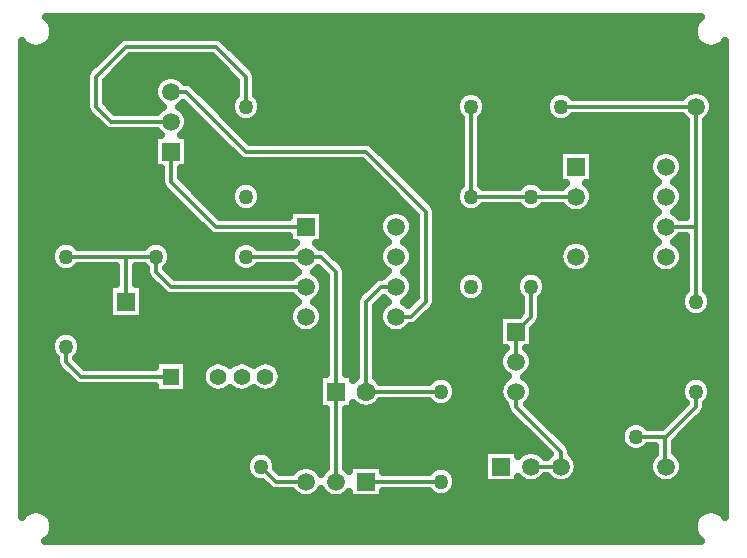
<source format=gbr>
G04 DipTrace 3.2.0.1*
G04 Top.gbr*
%MOIN*%
G04 #@! TF.FileFunction,Copper,L1,Top*
G04 #@! TF.Part,Single*
G04 #@! TA.AperFunction,Conductor*
%ADD14C,0.012992*%
G04 #@! TA.AperFunction,CopperBalancing*
%ADD15C,0.025*%
G04 #@! TA.AperFunction,ComponentPad*
%ADD16C,0.05*%
%ADD17C,0.05*%
%ADD18C,0.062992*%
%ADD19R,0.062992X0.062992*%
%ADD20R,0.059055X0.059055*%
%ADD21C,0.059055*%
%ADD22R,0.055118X0.055118*%
%ADD23C,0.055118*%
%ADD24C,0.059055*%
%FSLAX26Y26*%
G04*
G70*
G90*
G75*
G01*
G04 Top*
%LPD*%
X593701Y1093701D2*
D14*
Y1043701D1*
X643701Y993701D1*
X943701D1*
X593701Y1393701D2*
X793701D1*
Y1243701D1*
Y1393701D2*
X893701D1*
Y1343701D1*
X943701Y1293701D1*
X1393701D1*
X1193701Y1393701D2*
X1393701D1*
X1493701Y643701D2*
Y943701D1*
Y1343701D1*
X1443701Y1393701D1*
X1193701D1*
X2693701Y943701D2*
Y893701D1*
X2593701Y793701D1*
X2589176D1*
X2493701D1*
X2589176D2*
Y698226D1*
X2593701Y693701D1*
X1843701Y643701D2*
X1593701D1*
X943701Y1943701D2*
X993701D1*
X1193701Y1743701D1*
X1593701D1*
X1793701Y1543701D1*
Y1243701D1*
X1743701Y1193701D1*
X1693701D1*
X1393701Y1493701D2*
X1093701D1*
X943701Y1643701D1*
Y1743701D1*
X1193701Y1893701D2*
Y1993701D1*
X1093701Y2093701D1*
X793701D1*
X693701Y1993701D1*
Y1893701D1*
X743701Y1843701D1*
X943701D1*
X1593701Y943701D2*
X1843701D1*
X1693701Y1293701D2*
X1643701D1*
X1593701Y1243701D1*
Y943701D1*
X1943701Y1593701D2*
X2143701D1*
X2293701D1*
X1943701Y1893701D2*
Y1593701D1*
X2243701Y1893701D2*
X2693701D1*
Y1493701D1*
X2593701D1*
X2693701D2*
Y1243701D1*
X1243701Y693701D2*
X1293701Y643701D1*
X1393701D1*
X2093701Y943701D2*
Y893701D1*
X2243701Y743701D1*
Y693701D1*
X2143701D1*
Y1293701D2*
Y1193701D1*
X2093701Y1143701D1*
Y1043701D1*
X548924Y2166962D2*
D15*
X2688470D1*
X553803Y2142093D2*
X2683589D1*
X547381Y2117224D2*
X768056D1*
X1119339D2*
X2690013D1*
X448089Y2092356D2*
X465014D1*
X522369D2*
X743188D1*
X1144206D2*
X2715024D1*
X2772379D2*
X2789340D1*
X448089Y2067487D2*
X718320D1*
X1169073D2*
X2789340D1*
X448089Y2042618D2*
X693453D1*
X791787D2*
X1095643D1*
X1193941D2*
X2789340D1*
X448089Y2017749D2*
X668585D1*
X766885D2*
X1120510D1*
X1218810D2*
X2789340D1*
X448089Y1992881D2*
X658214D1*
X742016D2*
X914391D1*
X973038D2*
X1145378D1*
X1229180D2*
X2789340D1*
X448089Y1968012D2*
X658214D1*
X729206D2*
X890744D1*
X1018504D2*
X1158224D1*
X1229180D2*
X2789340D1*
X448089Y1943143D2*
X658214D1*
X729206D2*
X885182D1*
X1043407D2*
X1158224D1*
X1229180D2*
X1926828D1*
X1960571D2*
X2226820D1*
X2260598D2*
X2664858D1*
X2722537D2*
X2789340D1*
X448089Y1918274D2*
X658214D1*
X729206D2*
X891282D1*
X1068276D2*
X1145953D1*
X1241453D2*
X1895967D1*
X1991467D2*
X2195959D1*
X2746543D2*
X2789340D1*
X448089Y1893406D2*
X658214D1*
X743164D2*
X915361D1*
X972034D2*
X994844D1*
X1093143D2*
X1139709D1*
X1247696D2*
X1889724D1*
X1997676D2*
X2189715D1*
X2752213D2*
X2789340D1*
X448089Y1868537D2*
X669697D1*
X996399D2*
X1019711D1*
X1118010D2*
X1146276D1*
X1241130D2*
X1896290D1*
X1991109D2*
X2196282D1*
X2746256D2*
X2789340D1*
X448089Y1843668D2*
X694566D1*
X1002213D2*
X1044580D1*
X1142878D2*
X1179038D1*
X1208367D2*
X1908205D1*
X1979196D2*
X2229045D1*
X2258374D2*
X2658219D1*
X2729175D2*
X2789340D1*
X448089Y1818799D2*
X719576D1*
X996399D2*
X1069448D1*
X1167747D2*
X1908205D1*
X1979196D2*
X2658219D1*
X2729175D2*
X2789340D1*
X448089Y1793930D2*
X885182D1*
X1002213D2*
X1094315D1*
X1192614D2*
X1908205D1*
X1979196D2*
X2658219D1*
X2729175D2*
X2789340D1*
X448089Y1769062D2*
X885182D1*
X1002213D2*
X1119182D1*
X1617303D2*
X1908205D1*
X1979196D2*
X2658219D1*
X2729175D2*
X2789340D1*
X448089Y1744193D2*
X885182D1*
X1002213D2*
X1144050D1*
X1642350D2*
X1908205D1*
X1979196D2*
X2235181D1*
X2352211D2*
X2566930D1*
X2620482D2*
X2658219D1*
X2729175D2*
X2789340D1*
X448089Y1719324D2*
X885182D1*
X1002213D2*
X1168990D1*
X1667218D2*
X1908205D1*
X1979196D2*
X2235181D1*
X2352211D2*
X2541381D1*
X2646031D2*
X2658219D1*
X2729175D2*
X2789340D1*
X448089Y1694455D2*
X885182D1*
X1002213D2*
X1593787D1*
X1692085D2*
X1908205D1*
X1979196D2*
X2235181D1*
X2352211D2*
X2535173D1*
X2729175D2*
X2789340D1*
X448089Y1669587D2*
X908219D1*
X979175D2*
X1618655D1*
X1716954D2*
X1908205D1*
X1979196D2*
X2235181D1*
X2352211D2*
X2540627D1*
X2646749D2*
X2658219D1*
X2729175D2*
X2789340D1*
X448089Y1644718D2*
X908219D1*
X991841D2*
X1184205D1*
X1203164D2*
X1643522D1*
X1741822D2*
X1908205D1*
X1979196D2*
X2134239D1*
X2153213D2*
X2235181D1*
X2352211D2*
X2564024D1*
X2623388D2*
X2658219D1*
X2729175D2*
X2789340D1*
X448089Y1619849D2*
X918411D1*
X1016710D2*
X1146849D1*
X1240555D2*
X1668390D1*
X1766689D2*
X1896829D1*
X2345752D2*
X2541668D1*
X2645744D2*
X2658219D1*
X2729175D2*
X2789340D1*
X448089Y1594980D2*
X943278D1*
X1041577D2*
X1139709D1*
X1247660D2*
X1693259D1*
X1791556D2*
X1889724D1*
X2352211D2*
X2535209D1*
X2729175D2*
X2789340D1*
X448089Y1570112D2*
X968146D1*
X1066445D2*
X1145415D1*
X1241954D2*
X1718126D1*
X1816425D2*
X1895429D1*
X2347008D2*
X2540375D1*
X2647000D2*
X2658219D1*
X2729175D2*
X2789340D1*
X448089Y1545243D2*
X993014D1*
X1091312D2*
X1173798D1*
X1213606D2*
X1335169D1*
X1452236D2*
X1669252D1*
X1718138D2*
X1742993D1*
X1829164D2*
X1923778D1*
X1963622D2*
X2123797D1*
X2163604D2*
X2263098D1*
X2324294D2*
X2563091D1*
X2624322D2*
X2658219D1*
X2729175D2*
X2789340D1*
X448089Y1520374D2*
X1017882D1*
X1452236D2*
X1641944D1*
X1745446D2*
X1758209D1*
X1829199D2*
X2541955D1*
X2729175D2*
X2789340D1*
X448089Y1495505D2*
X1042749D1*
X1452236D2*
X1635197D1*
X1829199D2*
X2535209D1*
X2729175D2*
X2789340D1*
X448089Y1470636D2*
X1067617D1*
X1452236D2*
X1640150D1*
X1747240D2*
X1758209D1*
X1829199D2*
X2540160D1*
X2729175D2*
X2789340D1*
X448089Y1445768D2*
X1335169D1*
X1452236D2*
X1662218D1*
X1725207D2*
X1758209D1*
X1829199D2*
X2270526D1*
X2316865D2*
X2562193D1*
X2625182D2*
X2658219D1*
X2729175D2*
X2789340D1*
X448089Y1420899D2*
X547476D1*
X939917D2*
X1147495D1*
X1464867D2*
X1642231D1*
X1745159D2*
X1758209D1*
X1829199D2*
X2242214D1*
X2345178D2*
X2542241D1*
X2645169D2*
X2658219D1*
X2729175D2*
X2789340D1*
X448089Y1396030D2*
X539761D1*
X947633D2*
X1139744D1*
X1490525D2*
X1635234D1*
X1829199D2*
X2235217D1*
X2352176D2*
X2535244D1*
X2729175D2*
X2789340D1*
X448089Y1371161D2*
X544892D1*
X942501D2*
X1144912D1*
X1515392D2*
X1639898D1*
X1747491D2*
X1758209D1*
X1829199D2*
X2239917D1*
X2347475D2*
X2539909D1*
X2647503D2*
X2658219D1*
X2729175D2*
X2789340D1*
X448089Y1346293D2*
X571088D1*
X616314D2*
X758223D1*
X829178D2*
X858197D1*
X940277D2*
X1171108D1*
X1216298D2*
X1361365D1*
X1426041D2*
X1441961D1*
X1529100D2*
X1661357D1*
X1726033D2*
X1758209D1*
X1829199D2*
X2261340D1*
X2326051D2*
X2561369D1*
X2626043D2*
X2658219D1*
X2729175D2*
X2789340D1*
X448089Y1321424D2*
X758223D1*
X829178D2*
X866881D1*
X1444879D2*
X1458217D1*
X1529172D2*
X1623320D1*
X1744871D2*
X1758209D1*
X1829199D2*
X1897798D1*
X1989601D2*
X2097816D1*
X2189584D2*
X2658219D1*
X2729175D2*
X2789340D1*
X448089Y1296555D2*
X733213D1*
X854190D2*
X891677D1*
X1529172D2*
X1597411D1*
X1829199D2*
X1889795D1*
X1997604D2*
X2089778D1*
X2197622D2*
X2658219D1*
X2729175D2*
X2789340D1*
X448089Y1271686D2*
X733213D1*
X854190D2*
X916545D1*
X1447714D2*
X1458217D1*
X1529172D2*
X1572543D1*
X1747706D2*
X1758209D1*
X1829199D2*
X1894640D1*
X1992760D2*
X2094659D1*
X2192741D2*
X2647992D1*
X2739437D2*
X2789340D1*
X448089Y1246818D2*
X733213D1*
X854190D2*
X1360539D1*
X1426866D2*
X1458217D1*
X1529172D2*
X1558369D1*
X1645975D2*
X1660531D1*
X1726858D2*
X1747659D1*
X1829199D2*
X1919903D1*
X1967497D2*
X2108223D1*
X2179177D2*
X2639811D1*
X2747583D2*
X2789340D1*
X448089Y1221949D2*
X733213D1*
X854190D2*
X1342812D1*
X1444593D2*
X1458217D1*
X1529172D2*
X1558226D1*
X1629181D2*
X1642841D1*
X1821018D2*
X2108223D1*
X2179177D2*
X2644512D1*
X2742882D2*
X2789340D1*
X448089Y1197080D2*
X733213D1*
X854190D2*
X1335277D1*
X1529172D2*
X1558226D1*
X1796222D2*
X2035198D1*
X2179177D2*
X2669344D1*
X2718051D2*
X2789340D1*
X448089Y1172211D2*
X1339476D1*
X1447930D2*
X1458217D1*
X1529172D2*
X1558226D1*
X1629181D2*
X1639467D1*
X1771354D2*
X2035198D1*
X2171211D2*
X2789340D1*
X448089Y1147343D2*
X1359751D1*
X1427655D2*
X1458217D1*
X1529172D2*
X1558226D1*
X1629181D2*
X1659741D1*
X1727647D2*
X2035198D1*
X2152228D2*
X2789340D1*
X448089Y1122474D2*
X548480D1*
X638921D2*
X1458217D1*
X1529172D2*
X1558226D1*
X1629181D2*
X2035198D1*
X2152228D2*
X2789340D1*
X448089Y1097605D2*
X539869D1*
X647533D2*
X1458217D1*
X1529172D2*
X1558226D1*
X1629181D2*
X2035198D1*
X2152228D2*
X2789340D1*
X448089Y1072736D2*
X544175D1*
X643227D2*
X1458217D1*
X1529172D2*
X1558226D1*
X1629181D2*
X2043308D1*
X2144119D2*
X2789340D1*
X448089Y1047867D2*
X558205D1*
X638669D2*
X1458217D1*
X1529172D2*
X1558226D1*
X1629181D2*
X2035343D1*
X2152050D2*
X2789340D1*
X448089Y1022999D2*
X565526D1*
X1000239D2*
X1053264D1*
X1306583D2*
X1458217D1*
X1529172D2*
X1558226D1*
X1629181D2*
X2039146D1*
X2148245D2*
X2789340D1*
X448089Y998130D2*
X590106D1*
X1000239D2*
X1044795D1*
X1315014D2*
X1433205D1*
X1629181D2*
X2058631D1*
X2128797D2*
X2789340D1*
X448089Y973261D2*
X614974D1*
X1000239D2*
X1048634D1*
X1311211D2*
X1433205D1*
X1888373D2*
X2043631D1*
X2143797D2*
X2649033D1*
X2738361D2*
X2789340D1*
X448089Y948392D2*
X887156D1*
X1000239D2*
X1069196D1*
X1133154D2*
X1147962D1*
X1211883D2*
X1226692D1*
X1290650D2*
X1433205D1*
X1897487D2*
X2035378D1*
X2152013D2*
X2639919D1*
X2747475D2*
X2789340D1*
X448089Y923524D2*
X1433205D1*
X1893576D2*
X2038930D1*
X2148461D2*
X2643829D1*
X2743564D2*
X2789340D1*
X448089Y898655D2*
X1433205D1*
X1632734D2*
X1816269D1*
X1871148D2*
X2057913D1*
X2137911D2*
X2649500D1*
X2729175D2*
X2789340D1*
X448089Y873786D2*
X1458217D1*
X1529172D2*
X2064911D1*
X2162778D2*
X2624633D1*
X2722500D2*
X2789340D1*
X448089Y848917D2*
X1458217D1*
X1529172D2*
X2089348D1*
X2187647D2*
X2599764D1*
X2698063D2*
X2789340D1*
X448089Y824049D2*
X1458217D1*
X1529172D2*
X2114215D1*
X2212514D2*
X2449589D1*
X2673196D2*
X2789340D1*
X448089Y799180D2*
X1458217D1*
X1529172D2*
X2139083D1*
X2237382D2*
X2440008D1*
X2648328D2*
X2789340D1*
X448089Y774311D2*
X1458217D1*
X1529172D2*
X2163951D1*
X2262249D2*
X2443488D1*
X2624680D2*
X2789340D1*
X448089Y749442D2*
X1458217D1*
X1529172D2*
X1985176D1*
X2102206D2*
X2135638D1*
X2151797D2*
X2188819D1*
X2278685D2*
X2464875D1*
X2522517D2*
X2553689D1*
X2624680D2*
X2789340D1*
X448089Y724573D2*
X1199993D1*
X1287420D2*
X1458217D1*
X1529172D2*
X1985176D1*
X2292930D2*
X2544467D1*
X2642945D2*
X2789340D1*
X448089Y699705D2*
X1190054D1*
X1297324D2*
X1458217D1*
X1652219D2*
X1985176D1*
X2301902D2*
X2535496D1*
X2651881D2*
X2789340D1*
X448089Y674836D2*
X1193283D1*
X1887224D2*
X1985176D1*
X2298959D2*
X2538438D1*
X2648938D2*
X2789340D1*
X448089Y649967D2*
X1214025D1*
X1897307D2*
X1985176D1*
X2181223D2*
X2206186D1*
X2281197D2*
X2556201D1*
X2631211D2*
X2789340D1*
X448089Y625098D2*
X1263150D1*
X1894222D2*
X2789340D1*
X448089Y600230D2*
X1355875D1*
X1431530D2*
X1455885D1*
X1652219D2*
X1813613D1*
X1873803D2*
X2789340D1*
X448089Y575361D2*
X2789340D1*
X448089Y550492D2*
X481413D1*
X506005D2*
X2731387D1*
X2756016D2*
X2789340D1*
X544186Y525623D2*
X2693206D1*
X553409Y500755D2*
X2684020D1*
X551005Y475886D2*
X2686388D1*
X534929Y451017D2*
X2702465D1*
X2533218Y760718D2*
X2530112Y757290D1*
X2523967Y752043D1*
X2517077Y747822D1*
X2509613Y744728D1*
X2501756Y742843D1*
X2493701Y742209D1*
X2485646Y742843D1*
X2477789Y744728D1*
X2470324Y747822D1*
X2463434Y752043D1*
X2457290Y757290D1*
X2452043Y763434D1*
X2447822Y770324D1*
X2444728Y777789D1*
X2442843Y785646D1*
X2442209Y793701D1*
X2442843Y801756D1*
X2444728Y809613D1*
X2447822Y817077D1*
X2452043Y823967D1*
X2457290Y830112D1*
X2463434Y835358D1*
X2470324Y839580D1*
X2477789Y842673D1*
X2485646Y844559D1*
X2493701Y845193D1*
X2501756Y844559D1*
X2509613Y842673D1*
X2517077Y839580D1*
X2523967Y835358D1*
X2530112Y830112D1*
X2533218Y826684D1*
X2580003Y826689D1*
X2659005Y905659D1*
X2654546Y910260D1*
X2649797Y916797D1*
X2646129Y923996D1*
X2643631Y931680D1*
X2642367Y939661D1*
Y947740D1*
X2643631Y955722D1*
X2646129Y963406D1*
X2649797Y970605D1*
X2654546Y977142D1*
X2660260Y982856D1*
X2666797Y987605D1*
X2673996Y991273D1*
X2681680Y993770D1*
X2689661Y995034D1*
X2697740D1*
X2705722Y993770D1*
X2713406Y991273D1*
X2720605Y987605D1*
X2727142Y982856D1*
X2732856Y977142D1*
X2737605Y970605D1*
X2741273Y963406D1*
X2743770Y955722D1*
X2745034Y947740D1*
Y939661D1*
X2743770Y931680D1*
X2741273Y923996D1*
X2737605Y916797D1*
X2732856Y910260D1*
X2726684Y904184D1*
X2726588Y891113D1*
X2725777Y886000D1*
X2724178Y881076D1*
X2721828Y876465D1*
X2718785Y872277D1*
X2671556Y824904D1*
X2622164Y775328D1*
Y741920D1*
X2626629Y739022D1*
X2633312Y733312D1*
X2639022Y726629D1*
X2643614Y719133D1*
X2646979Y711012D1*
X2649030Y702465D1*
X2649720Y693701D1*
X2649030Y684937D1*
X2646979Y676390D1*
X2643614Y668269D1*
X2639022Y660773D1*
X2633312Y654089D1*
X2626629Y648379D1*
X2619133Y643787D1*
X2611012Y640423D1*
X2602465Y638371D1*
X2593701Y637681D1*
X2584937Y638371D1*
X2576390Y640423D1*
X2568269Y643787D1*
X2560773Y648379D1*
X2554089Y654089D1*
X2548379Y660773D1*
X2543787Y668269D1*
X2540423Y676390D1*
X2538371Y684937D1*
X2537681Y693701D1*
X2538371Y702465D1*
X2540423Y711012D1*
X2543787Y719133D1*
X2548379Y726629D1*
X2554089Y733312D1*
X2556196Y735260D1*
X2556188Y760699D1*
X2533232Y760713D1*
X1233218Y1360718D2*
X1230112Y1357290D1*
X1223967Y1352043D1*
X1217077Y1347822D1*
X1209613Y1344728D1*
X1201756Y1342843D1*
X1193701Y1342209D1*
X1185646Y1342843D1*
X1177789Y1344728D1*
X1170324Y1347822D1*
X1163434Y1352043D1*
X1157290Y1357290D1*
X1152043Y1363434D1*
X1147822Y1370324D1*
X1144728Y1377789D1*
X1142843Y1385646D1*
X1142209Y1393701D1*
X1142843Y1401756D1*
X1144728Y1409613D1*
X1147822Y1417077D1*
X1152043Y1423967D1*
X1157290Y1430112D1*
X1163434Y1435358D1*
X1170324Y1439580D1*
X1177789Y1442673D1*
X1185646Y1444559D1*
X1193701Y1445193D1*
X1201756Y1444559D1*
X1209613Y1442673D1*
X1217077Y1439580D1*
X1223967Y1435358D1*
X1230112Y1430112D1*
X1233218Y1426684D1*
X1348398Y1426689D1*
X1354089Y1433312D1*
X1359059Y1437671D1*
X1337681Y1437681D1*
Y1460682D1*
X1091113Y1460814D1*
X1086000Y1461623D1*
X1081076Y1463223D1*
X1076465Y1465573D1*
X1072277Y1468617D1*
X1024904Y1515845D1*
X918617Y1622277D1*
X915573Y1626465D1*
X913223Y1631076D1*
X911623Y1636000D1*
X910814Y1641113D1*
X910713Y1687659D1*
X887681Y1687681D1*
Y1799720D1*
X909033D1*
X904089Y1804089D1*
X898433Y1810706D1*
X741113Y1810814D1*
X736000Y1811625D1*
X731076Y1813223D1*
X726465Y1815573D1*
X722277Y1818617D1*
X674904Y1865845D1*
X668617Y1872277D1*
X665573Y1876465D1*
X663223Y1881076D1*
X661625Y1886000D1*
X660814Y1891113D1*
X660713Y1958005D1*
X660814Y1996289D1*
X661625Y2001402D1*
X663223Y2006325D1*
X665573Y2010937D1*
X668617Y2015125D1*
X715845Y2062497D1*
X772277Y2118785D1*
X776465Y2121828D1*
X781076Y2124178D1*
X786000Y2125777D1*
X791113Y2126588D1*
X858005Y2126689D1*
X1096289Y2126588D1*
X1101402Y2125777D1*
X1106325Y2124178D1*
X1110937Y2121828D1*
X1115125Y2118785D1*
X1162497Y2071556D1*
X1218785Y2015125D1*
X1221828Y2010937D1*
X1224178Y2006325D1*
X1225778Y2001402D1*
X1226588Y1996289D1*
X1226689Y1933236D1*
X1232856Y1927142D1*
X1237605Y1920605D1*
X1241273Y1913406D1*
X1243770Y1905722D1*
X1245034Y1897740D1*
Y1889661D1*
X1243770Y1881680D1*
X1241273Y1873996D1*
X1237605Y1866797D1*
X1232856Y1860260D1*
X1227142Y1854546D1*
X1220605Y1849797D1*
X1213406Y1846129D1*
X1205722Y1843631D1*
X1197740Y1842367D1*
X1189661D1*
X1181680Y1843631D1*
X1173996Y1846129D1*
X1166797Y1849797D1*
X1160260Y1854546D1*
X1154546Y1860260D1*
X1149797Y1866797D1*
X1146129Y1873996D1*
X1143631Y1881680D1*
X1142367Y1889661D1*
Y1897740D1*
X1143631Y1905722D1*
X1146129Y1913406D1*
X1149797Y1920605D1*
X1154546Y1927142D1*
X1160718Y1933218D1*
X1160713Y1980003D1*
X1080018Y2060731D1*
X807381Y2060713D1*
X726671Y1980018D1*
X726689Y1907399D1*
X757346Y1876707D1*
X898398Y1876689D1*
X904089Y1883312D1*
X910773Y1889022D1*
X918440Y1893694D1*
X910773Y1898379D1*
X904089Y1904089D1*
X898379Y1910773D1*
X893787Y1918269D1*
X890423Y1926390D1*
X888371Y1934937D1*
X887681Y1943701D1*
X888371Y1952465D1*
X890423Y1961012D1*
X893787Y1969133D1*
X898379Y1976629D1*
X904089Y1983312D1*
X910773Y1989022D1*
X918269Y1993614D1*
X926390Y1996979D1*
X934937Y1999030D1*
X943701Y1999720D1*
X952465Y1999030D1*
X961012Y1996979D1*
X969133Y1993614D1*
X976629Y1989022D1*
X983312Y1983312D1*
X988969Y1976696D1*
X996289Y1976588D1*
X1001402Y1975778D1*
X1006325Y1974178D1*
X1010937Y1971828D1*
X1015125Y1968785D1*
X1062497Y1921556D1*
X1207357Y1776697D1*
X1596289Y1776588D1*
X1601402Y1775778D1*
X1606325Y1774178D1*
X1610937Y1771828D1*
X1615125Y1768785D1*
X1662497Y1721556D1*
X1818785Y1565125D1*
X1821828Y1560937D1*
X1824178Y1556325D1*
X1825778Y1551402D1*
X1826588Y1546289D1*
X1826689Y1479396D1*
X1826588Y1241113D1*
X1825778Y1236000D1*
X1824178Y1231076D1*
X1821828Y1226465D1*
X1818785Y1222277D1*
X1771556Y1174904D1*
X1765125Y1168617D1*
X1760937Y1165573D1*
X1756325Y1163223D1*
X1751402Y1161623D1*
X1746289Y1160814D1*
X1739000Y1160713D1*
X1733312Y1154089D1*
X1726629Y1148379D1*
X1719133Y1143787D1*
X1711012Y1140423D1*
X1702465Y1138371D1*
X1693701Y1137681D1*
X1684937Y1138371D1*
X1676390Y1140423D1*
X1668269Y1143787D1*
X1660773Y1148379D1*
X1654089Y1154089D1*
X1648379Y1160773D1*
X1643787Y1168269D1*
X1640423Y1176390D1*
X1638371Y1184937D1*
X1637681Y1193701D1*
X1638371Y1202465D1*
X1640423Y1211012D1*
X1643787Y1219133D1*
X1648379Y1226629D1*
X1654089Y1233312D1*
X1660773Y1239022D1*
X1668440Y1243694D1*
X1660773Y1248379D1*
X1654089Y1254089D1*
X1652491Y1255818D1*
X1626707Y1230055D1*
X1626689Y991399D1*
X1631361Y987795D1*
X1637795Y981361D1*
X1641356Y976676D1*
X1804161Y976689D1*
X1810260Y982856D1*
X1816797Y987605D1*
X1823996Y991273D1*
X1831680Y993770D1*
X1839661Y995034D1*
X1847740D1*
X1855722Y993770D1*
X1863406Y991273D1*
X1870605Y987605D1*
X1877142Y982856D1*
X1882856Y977142D1*
X1887605Y970605D1*
X1891273Y963406D1*
X1893770Y955722D1*
X1895034Y947740D1*
Y939661D1*
X1893770Y931680D1*
X1891273Y923996D1*
X1887605Y916797D1*
X1882856Y910260D1*
X1877142Y904546D1*
X1870605Y899797D1*
X1863406Y896129D1*
X1855722Y893631D1*
X1847740Y892367D1*
X1839661D1*
X1831680Y893631D1*
X1823996Y896129D1*
X1816797Y899797D1*
X1810260Y904546D1*
X1804184Y910718D1*
X1641421Y910713D1*
X1637795Y906041D1*
X1631361Y899606D1*
X1624000Y894257D1*
X1615892Y890127D1*
X1607238Y887315D1*
X1598251Y885891D1*
X1589151D1*
X1580164Y887315D1*
X1571509Y890127D1*
X1563402Y894257D1*
X1556041Y899606D1*
X1551694Y903781D1*
X1551689Y885713D1*
X1526677D1*
X1526689Y688959D1*
X1533312Y683312D1*
X1537671Y678343D1*
X1537681Y699720D1*
X1649720D1*
Y676719D1*
X1804161Y676689D1*
X1810260Y682856D1*
X1816797Y687605D1*
X1823996Y691273D1*
X1831680Y693770D1*
X1839661Y695034D1*
X1847740D1*
X1855722Y693770D1*
X1863406Y691273D1*
X1870605Y687605D1*
X1877142Y682856D1*
X1882856Y677142D1*
X1887605Y670605D1*
X1891273Y663406D1*
X1893770Y655722D1*
X1895034Y647740D1*
Y639661D1*
X1893770Y631680D1*
X1891273Y623996D1*
X1887605Y616797D1*
X1882856Y610260D1*
X1877142Y604546D1*
X1870605Y599797D1*
X1863406Y596129D1*
X1855722Y593631D1*
X1847740Y592367D1*
X1839661D1*
X1831680Y593631D1*
X1823996Y596129D1*
X1816797Y599797D1*
X1810260Y604546D1*
X1804184Y610718D1*
X1649747Y610713D1*
X1649720Y587681D1*
X1537681D1*
Y609031D1*
X1533312Y604089D1*
X1526629Y598379D1*
X1519133Y593787D1*
X1511012Y590423D1*
X1502465Y588371D1*
X1493701Y587681D1*
X1484937Y588371D1*
X1476390Y590423D1*
X1468269Y593787D1*
X1460773Y598379D1*
X1454089Y604089D1*
X1448379Y610773D1*
X1443707Y618440D1*
X1439022Y610773D1*
X1433312Y604089D1*
X1426629Y598379D1*
X1419133Y593787D1*
X1411012Y590423D1*
X1402465Y588371D1*
X1393701Y587681D1*
X1384937Y588371D1*
X1376390Y590423D1*
X1368269Y593787D1*
X1360773Y598379D1*
X1354089Y604089D1*
X1348433Y610706D1*
X1291113Y610814D1*
X1286000Y611623D1*
X1281076Y613223D1*
X1276465Y615573D1*
X1272277Y618617D1*
X1248324Y642424D1*
X1239661Y642367D1*
X1231680Y643631D1*
X1223996Y646129D1*
X1216797Y649797D1*
X1210260Y654546D1*
X1204546Y660260D1*
X1199797Y666797D1*
X1196129Y673996D1*
X1193631Y681680D1*
X1192367Y689661D1*
Y697740D1*
X1193631Y705722D1*
X1196129Y713406D1*
X1199797Y720605D1*
X1204546Y727142D1*
X1210260Y732856D1*
X1216797Y737605D1*
X1223996Y741273D1*
X1231680Y743770D1*
X1239661Y745034D1*
X1247740D1*
X1255722Y743770D1*
X1263406Y741273D1*
X1270605Y737605D1*
X1277142Y732856D1*
X1282856Y727142D1*
X1287605Y720605D1*
X1291273Y713406D1*
X1293770Y705722D1*
X1295034Y697740D1*
X1294966Y689080D1*
X1307346Y676707D1*
X1348424Y676689D1*
X1354089Y683312D1*
X1360773Y689022D1*
X1368269Y693614D1*
X1376390Y696979D1*
X1384937Y699030D1*
X1393701Y699720D1*
X1402465Y699030D1*
X1411012Y696979D1*
X1419133Y693614D1*
X1426629Y689022D1*
X1433312Y683312D1*
X1439022Y676629D1*
X1443694Y668962D1*
X1448379Y676629D1*
X1454089Y683312D1*
X1460706Y688969D1*
X1460713Y885740D1*
X1435713Y885713D1*
Y1001689D1*
X1460724D1*
X1460713Y1330066D1*
X1434928Y1355822D1*
X1430083Y1351104D1*
X1422971Y1345936D1*
X1419133Y1343614D1*
X1426629Y1339022D1*
X1433312Y1333312D1*
X1439022Y1326629D1*
X1443614Y1319133D1*
X1446979Y1311012D1*
X1449030Y1302465D1*
X1449720Y1293701D1*
X1449030Y1284937D1*
X1446979Y1276390D1*
X1443614Y1268269D1*
X1439022Y1260773D1*
X1433312Y1254089D1*
X1426629Y1248379D1*
X1418962Y1243707D1*
X1426629Y1239022D1*
X1433312Y1233312D1*
X1439022Y1226629D1*
X1443614Y1219133D1*
X1446979Y1211012D1*
X1449030Y1202465D1*
X1449720Y1193701D1*
X1449030Y1184937D1*
X1446979Y1176390D1*
X1443614Y1168269D1*
X1439022Y1160773D1*
X1433312Y1154089D1*
X1426629Y1148379D1*
X1419133Y1143787D1*
X1411012Y1140423D1*
X1402465Y1138371D1*
X1393701Y1137681D1*
X1384937Y1138371D1*
X1376390Y1140423D1*
X1368269Y1143787D1*
X1360773Y1148379D1*
X1354089Y1154089D1*
X1348379Y1160773D1*
X1343787Y1168269D1*
X1340423Y1176390D1*
X1338371Y1184937D1*
X1337681Y1193701D1*
X1338371Y1202465D1*
X1340423Y1211012D1*
X1343787Y1219133D1*
X1348379Y1226629D1*
X1354089Y1233312D1*
X1360773Y1239022D1*
X1368440Y1243694D1*
X1360773Y1248379D1*
X1354089Y1254089D1*
X1348433Y1260706D1*
X941113Y1260814D1*
X936000Y1261623D1*
X931076Y1263223D1*
X926465Y1265573D1*
X922277Y1268617D1*
X874904Y1315845D1*
X868617Y1322277D1*
X865573Y1326465D1*
X863223Y1331076D1*
X861623Y1336000D1*
X860814Y1341113D1*
X860713Y1354143D1*
X854546Y1360260D1*
X854184Y1360718D1*
X826705Y1360713D1*
X826689Y1301657D1*
X851689Y1301689D1*
Y1185713D1*
X735713D1*
Y1301689D1*
X760724D1*
X760713Y1360719D1*
X633262Y1360713D1*
X627142Y1354546D1*
X620605Y1349797D1*
X613406Y1346129D1*
X605722Y1343631D1*
X597740Y1342367D1*
X589661D1*
X581680Y1343631D1*
X573996Y1346129D1*
X566797Y1349797D1*
X560260Y1354546D1*
X554546Y1360260D1*
X549797Y1366797D1*
X546129Y1373996D1*
X543631Y1381680D1*
X542367Y1389661D1*
Y1397740D1*
X543631Y1405722D1*
X546129Y1413406D1*
X549797Y1420605D1*
X554546Y1427142D1*
X560260Y1432856D1*
X566797Y1437605D1*
X573996Y1441273D1*
X581680Y1443770D1*
X589661Y1445034D1*
X597740D1*
X605722Y1443770D1*
X613406Y1441273D1*
X620605Y1437605D1*
X627142Y1432856D1*
X633218Y1426684D1*
X854165Y1426689D1*
X860260Y1432856D1*
X866797Y1437605D1*
X873996Y1441273D1*
X881680Y1443770D1*
X889661Y1445034D1*
X897740D1*
X905722Y1443770D1*
X913406Y1441273D1*
X920605Y1437605D1*
X927142Y1432856D1*
X932856Y1427142D1*
X937605Y1420605D1*
X941273Y1413406D1*
X943770Y1405722D1*
X945034Y1397740D1*
Y1389661D1*
X943770Y1381680D1*
X941273Y1373996D1*
X937605Y1366797D1*
X932856Y1360260D1*
X928383Y1355693D1*
X957346Y1326707D1*
X1348438Y1326689D1*
X1354089Y1333312D1*
X1360773Y1339022D1*
X1368440Y1343694D1*
X1360773Y1348379D1*
X1354089Y1354089D1*
X1348433Y1360706D1*
X1233262Y1360713D1*
X1551694Y983621D2*
X1556041Y987795D1*
X1560726Y991356D1*
X1560814Y1246289D1*
X1561623Y1251402D1*
X1563223Y1256325D1*
X1565573Y1260937D1*
X1568617Y1265125D1*
X1615845Y1312497D1*
X1622277Y1318785D1*
X1626465Y1321828D1*
X1631076Y1324178D1*
X1636000Y1325778D1*
X1641113Y1326588D1*
X1643711Y1326689D1*
X1651104Y1330083D1*
X1657319Y1336298D1*
X1664430Y1341466D1*
X1668269Y1343787D1*
X1660773Y1348379D1*
X1654089Y1354089D1*
X1648379Y1360773D1*
X1643787Y1368269D1*
X1640423Y1376390D1*
X1638371Y1384937D1*
X1637681Y1393701D1*
X1638371Y1402465D1*
X1640423Y1411012D1*
X1643787Y1419133D1*
X1648379Y1426629D1*
X1654089Y1433312D1*
X1660773Y1439022D1*
X1668440Y1443694D1*
X1660773Y1448379D1*
X1654089Y1454089D1*
X1648379Y1460773D1*
X1643787Y1468269D1*
X1640423Y1476390D1*
X1638371Y1484937D1*
X1637681Y1493701D1*
X1638371Y1502465D1*
X1640423Y1511012D1*
X1643787Y1519133D1*
X1648379Y1526629D1*
X1654089Y1533312D1*
X1660773Y1539022D1*
X1668269Y1543614D1*
X1676390Y1546979D1*
X1684937Y1549030D1*
X1693701Y1549720D1*
X1702465Y1549030D1*
X1711012Y1546979D1*
X1719133Y1543614D1*
X1726629Y1539022D1*
X1733312Y1533312D1*
X1739022Y1526629D1*
X1743614Y1519133D1*
X1746979Y1511012D1*
X1749030Y1502465D1*
X1749720Y1493701D1*
X1749030Y1484937D1*
X1746979Y1476390D1*
X1743614Y1468269D1*
X1739022Y1460773D1*
X1733312Y1454089D1*
X1726629Y1448379D1*
X1718962Y1443707D1*
X1726629Y1439022D1*
X1733312Y1433312D1*
X1739022Y1426629D1*
X1743614Y1419133D1*
X1746979Y1411012D1*
X1749030Y1402465D1*
X1749720Y1393701D1*
X1749030Y1384937D1*
X1746979Y1376390D1*
X1743614Y1368269D1*
X1739022Y1360773D1*
X1733312Y1354089D1*
X1726629Y1348379D1*
X1718962Y1343707D1*
X1726629Y1339022D1*
X1733312Y1333312D1*
X1739022Y1326629D1*
X1743614Y1319133D1*
X1746979Y1311012D1*
X1749030Y1302465D1*
X1749720Y1293701D1*
X1749030Y1284937D1*
X1746979Y1276390D1*
X1743614Y1268269D1*
X1739022Y1260773D1*
X1733312Y1254089D1*
X1726629Y1248379D1*
X1718962Y1243707D1*
X1726629Y1239022D1*
X1733312Y1233312D1*
X1734911Y1231584D1*
X1760694Y1257346D1*
X1760713Y1530021D1*
X1580045Y1710705D1*
X1191113Y1710814D1*
X1186000Y1711623D1*
X1181076Y1713223D1*
X1176465Y1715573D1*
X1172277Y1718617D1*
X1124904Y1765845D1*
X984967Y1905782D1*
X980083Y1901104D1*
X972971Y1895936D1*
X969133Y1893614D1*
X976629Y1889022D1*
X983312Y1883312D1*
X989022Y1876629D1*
X993614Y1869133D1*
X996979Y1861012D1*
X999030Y1852465D1*
X999720Y1843701D1*
X999030Y1834937D1*
X996979Y1826390D1*
X993614Y1818269D1*
X989022Y1810773D1*
X983312Y1804089D1*
X978343Y1799731D1*
X999720Y1799720D1*
Y1687681D1*
X976719D1*
X976689Y1657399D1*
X1107370Y1526684D1*
X1337677Y1526689D1*
X1337681Y1549720D1*
X1449720D1*
Y1437681D1*
X1428370D1*
X1433312Y1433312D1*
X1438969Y1426696D1*
X1446289Y1426588D1*
X1451402Y1425777D1*
X1456325Y1424178D1*
X1460937Y1421828D1*
X1465125Y1418785D1*
X1512497Y1371556D1*
X1518785Y1365125D1*
X1521828Y1360937D1*
X1524178Y1356325D1*
X1525777Y1351402D1*
X1526588Y1346289D1*
X1526689Y1279396D1*
Y1001689D1*
X1551689D1*
Y983639D1*
X2745034Y1239661D2*
X2743770Y1231680D1*
X2741273Y1223996D1*
X2737605Y1216797D1*
X2732856Y1210260D1*
X2727142Y1204546D1*
X2720605Y1199797D1*
X2713406Y1196129D1*
X2705722Y1193631D1*
X2697740Y1192367D1*
X2689661D1*
X2681680Y1193631D1*
X2673996Y1196129D1*
X2666797Y1199797D1*
X2660260Y1204546D1*
X2654546Y1210260D1*
X2649797Y1216797D1*
X2646129Y1223996D1*
X2643631Y1231680D1*
X2642367Y1239661D1*
Y1247740D1*
X2643631Y1255722D1*
X2646129Y1263406D1*
X2649797Y1270605D1*
X2654546Y1277142D1*
X2660718Y1283218D1*
X2660713Y1460693D1*
X2638978Y1460713D1*
X2633312Y1454089D1*
X2626629Y1448379D1*
X2618962Y1443707D1*
X2626629Y1439022D1*
X2633312Y1433312D1*
X2639022Y1426629D1*
X2643614Y1419133D1*
X2646979Y1411012D1*
X2649030Y1402465D1*
X2649720Y1393701D1*
X2649030Y1384937D1*
X2646979Y1376390D1*
X2643614Y1368269D1*
X2639022Y1360773D1*
X2633312Y1354089D1*
X2626629Y1348379D1*
X2619133Y1343787D1*
X2611012Y1340423D1*
X2602465Y1338371D1*
X2593701Y1337681D1*
X2584937Y1338371D1*
X2576390Y1340423D1*
X2568269Y1343787D1*
X2560773Y1348379D1*
X2554089Y1354089D1*
X2548379Y1360773D1*
X2543787Y1368269D1*
X2540423Y1376390D1*
X2538371Y1384937D1*
X2537681Y1393701D1*
X2538371Y1402465D1*
X2540423Y1411012D1*
X2543787Y1419133D1*
X2548379Y1426629D1*
X2554089Y1433312D1*
X2560773Y1439022D1*
X2568440Y1443694D1*
X2560773Y1448379D1*
X2554089Y1454089D1*
X2548379Y1460773D1*
X2543787Y1468269D1*
X2540423Y1476390D1*
X2538371Y1484937D1*
X2537681Y1493701D1*
X2538371Y1502465D1*
X2540423Y1511012D1*
X2543787Y1519133D1*
X2548379Y1526629D1*
X2554089Y1533312D1*
X2560773Y1539022D1*
X2568440Y1543694D1*
X2560773Y1548379D1*
X2554089Y1554089D1*
X2548379Y1560773D1*
X2543787Y1568269D1*
X2540423Y1576390D1*
X2538371Y1584937D1*
X2537681Y1593701D1*
X2538371Y1602465D1*
X2540423Y1611012D1*
X2543787Y1619133D1*
X2548379Y1626629D1*
X2554089Y1633312D1*
X2560773Y1639022D1*
X2568440Y1643694D1*
X2560773Y1648379D1*
X2554089Y1654089D1*
X2548379Y1660773D1*
X2543787Y1668269D1*
X2540423Y1676390D1*
X2538371Y1684937D1*
X2537681Y1693701D1*
X2538371Y1702465D1*
X2540423Y1711012D1*
X2543787Y1719133D1*
X2548379Y1726629D1*
X2554089Y1733312D1*
X2560773Y1739022D1*
X2568269Y1743614D1*
X2576390Y1746979D1*
X2584937Y1749030D1*
X2593701Y1749720D1*
X2602465Y1749030D1*
X2611012Y1746979D1*
X2619133Y1743614D1*
X2626629Y1739022D1*
X2633312Y1733312D1*
X2639022Y1726629D1*
X2643614Y1719133D1*
X2646979Y1711012D1*
X2649030Y1702465D1*
X2649720Y1693701D1*
X2649030Y1684937D1*
X2646979Y1676390D1*
X2643614Y1668269D1*
X2639022Y1660773D1*
X2633312Y1654089D1*
X2626629Y1648379D1*
X2618962Y1643707D1*
X2626629Y1639022D1*
X2633312Y1633312D1*
X2639022Y1626629D1*
X2643614Y1619133D1*
X2646979Y1611012D1*
X2649030Y1602465D1*
X2649720Y1593701D1*
X2649030Y1584937D1*
X2646979Y1576390D1*
X2643614Y1568269D1*
X2639022Y1560773D1*
X2633312Y1554089D1*
X2626629Y1548379D1*
X2618962Y1543707D1*
X2626629Y1539022D1*
X2633312Y1533312D1*
X2638969Y1526696D1*
X2660697Y1526689D1*
X2660713Y1848416D1*
X2654089Y1854089D1*
X2648433Y1860706D1*
X2283222Y1860713D1*
X2277142Y1854546D1*
X2270605Y1849797D1*
X2263406Y1846129D1*
X2255722Y1843631D1*
X2247740Y1842367D1*
X2239661D1*
X2231680Y1843631D1*
X2223996Y1846129D1*
X2216797Y1849797D1*
X2210260Y1854546D1*
X2204546Y1860260D1*
X2199797Y1866797D1*
X2196129Y1873996D1*
X2193631Y1881680D1*
X2192367Y1889661D1*
Y1897740D1*
X2193631Y1905722D1*
X2196129Y1913406D1*
X2199797Y1920605D1*
X2204546Y1927142D1*
X2210260Y1932856D1*
X2216797Y1937605D1*
X2223996Y1941273D1*
X2231680Y1943770D1*
X2239661Y1945034D1*
X2247740D1*
X2255722Y1943770D1*
X2263406Y1941273D1*
X2270605Y1937605D1*
X2277142Y1932856D1*
X2283218Y1926684D1*
X2648438Y1926689D1*
X2654089Y1933312D1*
X2660773Y1939022D1*
X2668269Y1943614D1*
X2676390Y1946979D1*
X2684937Y1949030D1*
X2693701Y1949720D1*
X2702465Y1949030D1*
X2711012Y1946979D1*
X2719133Y1943614D1*
X2726629Y1939022D1*
X2733312Y1933312D1*
X2739022Y1926629D1*
X2743614Y1919133D1*
X2746979Y1911012D1*
X2749030Y1902465D1*
X2749720Y1893701D1*
X2749030Y1884937D1*
X2746979Y1876390D1*
X2743614Y1868269D1*
X2739022Y1860773D1*
X2733312Y1854089D1*
X2726696Y1848433D1*
X2726689Y1283240D1*
X2732856Y1277142D1*
X2737605Y1270605D1*
X2741273Y1263406D1*
X2743770Y1255722D1*
X2745034Y1247740D1*
Y1239661D1*
X1245034Y1589661D2*
X1243770Y1581680D1*
X1241273Y1573996D1*
X1237605Y1566797D1*
X1232856Y1560260D1*
X1227142Y1554546D1*
X1220605Y1549797D1*
X1213406Y1546129D1*
X1205722Y1543631D1*
X1197740Y1542367D1*
X1189661D1*
X1181680Y1543631D1*
X1173996Y1546129D1*
X1166797Y1549797D1*
X1160260Y1554546D1*
X1154546Y1560260D1*
X1149797Y1566797D1*
X1146129Y1573996D1*
X1143631Y1581680D1*
X1142367Y1589661D1*
Y1597740D1*
X1143631Y1605722D1*
X1146129Y1613406D1*
X1149797Y1620605D1*
X1154546Y1627142D1*
X1160260Y1632856D1*
X1166797Y1637605D1*
X1173996Y1641273D1*
X1181680Y1643770D1*
X1189661Y1645034D1*
X1197740D1*
X1205722Y1643770D1*
X1213406Y1641273D1*
X1220605Y1637605D1*
X1227142Y1632856D1*
X1232856Y1627142D1*
X1237605Y1620605D1*
X1241273Y1613406D1*
X1243770Y1605722D1*
X1245034Y1597740D1*
Y1589661D1*
X645034Y1089661D2*
X643770Y1081680D1*
X641273Y1073996D1*
X637605Y1066797D1*
X632856Y1060260D1*
X628383Y1055693D1*
X657346Y1026707D1*
X889615Y1026689D1*
X889650Y1047752D1*
X997752D1*
Y939650D1*
X889650D1*
Y960714D1*
X641113Y960814D1*
X636000Y961623D1*
X631076Y963223D1*
X626465Y965573D1*
X622277Y968617D1*
X574904Y1015845D1*
X568617Y1022277D1*
X565573Y1026465D1*
X563223Y1031076D1*
X561623Y1036000D1*
X560814Y1041113D1*
X560713Y1054143D1*
X554546Y1060260D1*
X549797Y1066797D1*
X546129Y1073996D1*
X543631Y1081680D1*
X542367Y1089661D1*
Y1097740D1*
X543631Y1105722D1*
X546129Y1113406D1*
X549797Y1120605D1*
X554546Y1127142D1*
X560260Y1132856D1*
X566797Y1137605D1*
X573996Y1141273D1*
X581680Y1143770D1*
X589661Y1145034D1*
X597740D1*
X605722Y1143770D1*
X613406Y1141273D1*
X620605Y1137605D1*
X627142Y1132856D1*
X632856Y1127142D1*
X637605Y1120605D1*
X641273Y1113406D1*
X643770Y1105722D1*
X645034Y1097740D1*
Y1089661D1*
X1995034Y1889661D2*
X1993770Y1881680D1*
X1991273Y1873996D1*
X1987605Y1866797D1*
X1982856Y1860260D1*
X1976684Y1854184D1*
X1976689Y1633218D1*
X1982856Y1627142D1*
X1983218Y1626684D1*
X2104139Y1626689D1*
X2110260Y1632856D1*
X2116797Y1637605D1*
X2123996Y1641273D1*
X2131680Y1643770D1*
X2139661Y1645034D1*
X2147740D1*
X2155722Y1643770D1*
X2163406Y1641273D1*
X2170605Y1637605D1*
X2177142Y1632856D1*
X2183218Y1626684D1*
X2248446Y1626689D1*
X2254089Y1633312D1*
X2259059Y1637671D1*
X2237681Y1637681D1*
Y1749720D1*
X2349720D1*
Y1637681D1*
X2328370D1*
X2333312Y1633312D1*
X2339022Y1626629D1*
X2343614Y1619133D1*
X2346979Y1611012D1*
X2349030Y1602465D1*
X2349720Y1593701D1*
X2349030Y1584937D1*
X2346979Y1576390D1*
X2343614Y1568269D1*
X2339022Y1560773D1*
X2333312Y1554089D1*
X2326629Y1548379D1*
X2319133Y1543787D1*
X2311012Y1540423D1*
X2302465Y1538371D1*
X2293701Y1537681D1*
X2284937Y1538371D1*
X2276390Y1540423D1*
X2268269Y1543787D1*
X2260773Y1548379D1*
X2254089Y1554089D1*
X2248433Y1560706D1*
X2183214Y1560713D1*
X2177142Y1554546D1*
X2170605Y1549797D1*
X2163406Y1546129D1*
X2155722Y1543631D1*
X2147740Y1542367D1*
X2139661D1*
X2131680Y1543631D1*
X2123996Y1546129D1*
X2116797Y1549797D1*
X2110260Y1554546D1*
X2104184Y1560718D1*
X1983262Y1560713D1*
X1977142Y1554546D1*
X1970605Y1549797D1*
X1963406Y1546129D1*
X1955722Y1543631D1*
X1947740Y1542367D1*
X1939661D1*
X1931680Y1543631D1*
X1923996Y1546129D1*
X1916797Y1549797D1*
X1910260Y1554546D1*
X1904546Y1560260D1*
X1899797Y1566797D1*
X1896129Y1573996D1*
X1893631Y1581680D1*
X1892367Y1589661D1*
Y1597740D1*
X1893631Y1605722D1*
X1896129Y1613406D1*
X1899797Y1620605D1*
X1904546Y1627142D1*
X1910718Y1633218D1*
X1910713Y1854184D1*
X1904546Y1860260D1*
X1899797Y1866797D1*
X1896129Y1873996D1*
X1893631Y1881680D1*
X1892367Y1889661D1*
Y1897740D1*
X1893631Y1905722D1*
X1896129Y1913406D1*
X1899797Y1920605D1*
X1904546Y1927142D1*
X1910260Y1932856D1*
X1916797Y1937605D1*
X1923996Y1941273D1*
X1931680Y1943770D1*
X1939661Y1945034D1*
X1947740D1*
X1955722Y1943770D1*
X1963406Y1941273D1*
X1970605Y1937605D1*
X1977142Y1932856D1*
X1982856Y1927142D1*
X1987605Y1920605D1*
X1991273Y1913406D1*
X1993770Y1905722D1*
X1995034Y1897740D1*
Y1889661D1*
Y1289661D2*
X1993770Y1281680D1*
X1991273Y1273996D1*
X1987605Y1266797D1*
X1982856Y1260260D1*
X1977142Y1254546D1*
X1970605Y1249797D1*
X1963406Y1246129D1*
X1955722Y1243631D1*
X1947740Y1242367D1*
X1939661D1*
X1931680Y1243631D1*
X1923996Y1246129D1*
X1916797Y1249797D1*
X1910260Y1254546D1*
X1904546Y1260260D1*
X1899797Y1266797D1*
X1896129Y1273996D1*
X1893631Y1281680D1*
X1892367Y1289661D1*
Y1297740D1*
X1893631Y1305722D1*
X1896129Y1313406D1*
X1899797Y1320605D1*
X1904546Y1327142D1*
X1910260Y1332856D1*
X1916797Y1337605D1*
X1923996Y1341273D1*
X1931680Y1343770D1*
X1939661Y1345034D1*
X1947740D1*
X1955722Y1343770D1*
X1963406Y1341273D1*
X1970605Y1337605D1*
X1977142Y1332856D1*
X1982856Y1327142D1*
X1987605Y1320605D1*
X1991273Y1313406D1*
X1993770Y1305722D1*
X1995034Y1297740D1*
Y1289661D1*
X2046867Y1199720D2*
X2103098D1*
X2110694Y1207346D1*
X2110713Y1254165D1*
X2104546Y1260260D1*
X2099797Y1266797D1*
X2096129Y1273996D1*
X2093631Y1281680D1*
X2092367Y1289661D1*
Y1297740D1*
X2093631Y1305722D1*
X2096129Y1313406D1*
X2099797Y1320605D1*
X2104546Y1327142D1*
X2110260Y1332856D1*
X2116797Y1337605D1*
X2123996Y1341273D1*
X2131680Y1343770D1*
X2139661Y1345034D1*
X2147740D1*
X2155722Y1343770D1*
X2163406Y1341273D1*
X2170605Y1337605D1*
X2177142Y1332856D1*
X2182856Y1327142D1*
X2187605Y1320605D1*
X2191273Y1313406D1*
X2193770Y1305722D1*
X2195034Y1297740D1*
Y1289661D1*
X2193770Y1281680D1*
X2191273Y1273996D1*
X2187605Y1266797D1*
X2182856Y1260260D1*
X2176684Y1254184D1*
X2176588Y1191113D1*
X2175777Y1186000D1*
X2174178Y1181076D1*
X2171828Y1176465D1*
X2168785Y1172277D1*
X2149697Y1153045D1*
X2149720Y1087681D1*
X2128370D1*
X2133312Y1083312D1*
X2139022Y1076629D1*
X2143614Y1069133D1*
X2146979Y1061012D1*
X2149030Y1052465D1*
X2149720Y1043701D1*
X2149030Y1034937D1*
X2146979Y1026390D1*
X2143614Y1018269D1*
X2139022Y1010773D1*
X2133312Y1004089D1*
X2126629Y998379D1*
X2118962Y993707D1*
X2126629Y989022D1*
X2133312Y983312D1*
X2139022Y976629D1*
X2143614Y969133D1*
X2146979Y961012D1*
X2149030Y952465D1*
X2149720Y943701D1*
X2149030Y934937D1*
X2146979Y926390D1*
X2143614Y918269D1*
X2139022Y910773D1*
X2133312Y904089D1*
X2131584Y902491D1*
X2268785Y765125D1*
X2271828Y760937D1*
X2274178Y756325D1*
X2275778Y751402D1*
X2276588Y746289D1*
X2276689Y743690D1*
X2280083Y736298D1*
X2286298Y730083D1*
X2291466Y722971D1*
X2295457Y715139D1*
X2298173Y706778D1*
X2299547Y698096D1*
Y689306D1*
X2298173Y680623D1*
X2295457Y672262D1*
X2291466Y664430D1*
X2286298Y657319D1*
X2280083Y651104D1*
X2272971Y645936D1*
X2265139Y641945D1*
X2256778Y639228D1*
X2248096Y637854D1*
X2239306D1*
X2230623Y639228D1*
X2222262Y641945D1*
X2214430Y645936D1*
X2207319Y651104D1*
X2201104Y657319D1*
X2198433Y660706D1*
X2188978Y660713D1*
X2183312Y654089D1*
X2176629Y648379D1*
X2169133Y643787D1*
X2161012Y640423D1*
X2152465Y638371D1*
X2143701Y637681D1*
X2134937Y638371D1*
X2126390Y640423D1*
X2118269Y643787D1*
X2110773Y648379D1*
X2104089Y654089D1*
X2099731Y659059D1*
X2099720Y637681D1*
X1987681D1*
Y749720D1*
X2099720D1*
Y728369D1*
X2104089Y733312D1*
X2110773Y739022D1*
X2118269Y743614D1*
X2126390Y746979D1*
X2134937Y749030D1*
X2143701Y749720D1*
X2152465Y749030D1*
X2161012Y746979D1*
X2169133Y743614D1*
X2176629Y739022D1*
X2183312Y733312D1*
X2188969Y726696D1*
X2198424Y726689D1*
X2204089Y733312D1*
X2205818Y734911D1*
X2068617Y872277D1*
X2065573Y876465D1*
X2063223Y881076D1*
X2061623Y886000D1*
X2060814Y891113D1*
X2060713Y893711D1*
X2057319Y901104D1*
X2051104Y907319D1*
X2045936Y914430D1*
X2041945Y922262D1*
X2039228Y930623D1*
X2037854Y939306D1*
Y948096D1*
X2039228Y956778D1*
X2041945Y965139D1*
X2045936Y972971D1*
X2051104Y980083D1*
X2057319Y986298D1*
X2064430Y991466D1*
X2068269Y993787D1*
X2060773Y998379D1*
X2054089Y1004089D1*
X2048379Y1010773D1*
X2043787Y1018269D1*
X2040423Y1026390D1*
X2038371Y1034937D1*
X2037681Y1043701D1*
X2038371Y1052465D1*
X2040423Y1061012D1*
X2043787Y1069133D1*
X2048379Y1076629D1*
X2054089Y1083312D1*
X2059059Y1087671D1*
X2037681Y1087681D1*
Y1199720D1*
X2046867D1*
X1140516Y956686D2*
X1136285Y952600D1*
X1129423Y947614D1*
X1121866Y943764D1*
X1113799Y941143D1*
X1105421Y939816D1*
X1096941D1*
X1088563Y941143D1*
X1080496Y943764D1*
X1072940Y947614D1*
X1066077Y952600D1*
X1060080Y958597D1*
X1055094Y965459D1*
X1051244Y973016D1*
X1048623Y981083D1*
X1047297Y989461D1*
Y997941D1*
X1048623Y1006319D1*
X1051244Y1014386D1*
X1055094Y1021942D1*
X1060080Y1028804D1*
X1066077Y1034802D1*
X1072940Y1039787D1*
X1080496Y1043638D1*
X1088563Y1046259D1*
X1096941Y1047585D1*
X1105421D1*
X1113799Y1046259D1*
X1121866Y1043638D1*
X1129423Y1039787D1*
X1136285Y1034802D1*
X1140516Y1030715D1*
X1144818Y1034802D1*
X1151680Y1039787D1*
X1159236Y1043638D1*
X1167303Y1046259D1*
X1175681Y1047585D1*
X1184161D1*
X1192539Y1046259D1*
X1200606Y1043638D1*
X1208163Y1039787D1*
X1215025Y1034802D1*
X1219256Y1030715D1*
X1223558Y1034802D1*
X1230420Y1039787D1*
X1237976Y1043638D1*
X1246043Y1046259D1*
X1254421Y1047585D1*
X1262902D1*
X1271280Y1046259D1*
X1279346Y1043638D1*
X1286903Y1039787D1*
X1293765Y1034802D1*
X1299762Y1028804D1*
X1304748Y1021942D1*
X1308598Y1014386D1*
X1311219Y1006319D1*
X1312546Y997941D1*
Y989461D1*
X1311219Y981083D1*
X1308598Y973016D1*
X1304748Y965459D1*
X1299762Y958597D1*
X1293765Y952600D1*
X1286903Y947614D1*
X1279346Y943764D1*
X1271280Y941143D1*
X1262902Y939816D1*
X1254421D1*
X1246043Y941143D1*
X1237976Y943764D1*
X1230420Y947614D1*
X1223558Y952600D1*
X1219327Y956686D1*
X1215025Y952600D1*
X1208163Y947614D1*
X1200606Y943764D1*
X1192539Y941143D1*
X1184161Y939816D1*
X1175681D1*
X1167303Y941143D1*
X1159236Y943764D1*
X1151680Y947614D1*
X1144818Y952600D1*
X1140587Y956686D1*
X551155Y2139178D2*
X549740Y2130247D1*
X546945Y2121646D1*
X542840Y2113588D1*
X537524Y2106272D1*
X531130Y2099878D1*
X523814Y2094562D1*
X515756Y2090457D1*
X507155Y2087661D1*
X498223Y2086247D1*
X489178D1*
X480247Y2087661D1*
X471646Y2090457D1*
X463588Y2094562D1*
X456272Y2099878D1*
X449878Y2106272D1*
X445573Y2112075D1*
X445571Y525417D1*
X449878Y531130D1*
X456272Y537524D1*
X463588Y542840D1*
X471646Y546945D1*
X480247Y549740D1*
X489178Y551155D1*
X498223D1*
X507155Y549740D1*
X515756Y546945D1*
X523814Y542840D1*
X531130Y537524D1*
X537524Y531130D1*
X542840Y523814D1*
X546945Y515756D1*
X549740Y507155D1*
X551155Y498223D1*
Y489178D1*
X549740Y480247D1*
X546945Y471646D1*
X542840Y463588D1*
X537524Y456272D1*
X531130Y449878D1*
X525327Y445573D1*
X2711969Y445571D1*
X2706272Y449878D1*
X2699878Y456272D1*
X2694562Y463588D1*
X2690457Y471646D1*
X2687661Y480247D1*
X2686247Y489178D1*
Y498223D1*
X2687661Y507155D1*
X2690457Y515756D1*
X2694562Y523814D1*
X2699878Y531130D1*
X2706272Y537524D1*
X2713588Y542840D1*
X2721646Y546945D1*
X2730247Y549740D1*
X2739178Y551155D1*
X2748223D1*
X2757155Y549740D1*
X2765756Y546945D1*
X2773814Y542840D1*
X2781130Y537524D1*
X2787524Y531130D1*
X2791828Y525327D1*
X2791831Y2111984D1*
X2787524Y2106272D1*
X2781130Y2099878D1*
X2773814Y2094562D1*
X2765756Y2090457D1*
X2757155Y2087661D1*
X2748223Y2086247D1*
X2739178D1*
X2730247Y2087661D1*
X2721646Y2090457D1*
X2713588Y2094562D1*
X2706272Y2099878D1*
X2699878Y2106272D1*
X2694562Y2113588D1*
X2690457Y2121646D1*
X2687661Y2130247D1*
X2686247Y2139178D1*
Y2148223D1*
X2687661Y2157155D1*
X2690457Y2165756D1*
X2694562Y2173814D1*
X2699878Y2181130D1*
X2706272Y2187524D1*
X2712075Y2191828D1*
X525433Y2191831D1*
X531130Y2187524D1*
X537524Y2181130D1*
X542840Y2173814D1*
X546945Y2165756D1*
X549740Y2157155D1*
X551155Y2148223D1*
Y2139178D1*
X2349547Y1389306D2*
X2348173Y1380623D1*
X2345457Y1372262D1*
X2341466Y1364430D1*
X2336298Y1357319D1*
X2330083Y1351104D1*
X2322971Y1345936D1*
X2315139Y1341945D1*
X2306778Y1339228D1*
X2298096Y1337854D1*
X2289306D1*
X2280623Y1339228D1*
X2272262Y1341945D1*
X2264430Y1345936D1*
X2257319Y1351104D1*
X2251104Y1357319D1*
X2245936Y1364430D1*
X2241945Y1372262D1*
X2239228Y1380623D1*
X2237854Y1389306D1*
Y1398096D1*
X2239228Y1406778D1*
X2241945Y1415139D1*
X2245936Y1422971D1*
X2251104Y1430083D1*
X2257319Y1436298D1*
X2264430Y1441466D1*
X2272262Y1445457D1*
X2280623Y1448173D1*
X2289306Y1449547D1*
X2298096D1*
X2306778Y1448173D1*
X2315139Y1445457D1*
X2322971Y1441466D1*
X2330083Y1436298D1*
X2336298Y1430083D1*
X2341466Y1422971D1*
X2345457Y1415139D1*
X2348173Y1406778D1*
X2349547Y1398096D1*
Y1389306D1*
D16*
X2493701Y1093701D3*
D17*
Y793701D3*
D16*
X1193701Y1393701D3*
D17*
X893701D3*
D16*
X1243701Y693701D3*
D17*
X943701D3*
D18*
X1593701Y943701D3*
D19*
X1493701D3*
D16*
X1843701Y643701D3*
D17*
Y943701D3*
D18*
X793701Y1143701D3*
D19*
Y1243701D3*
D16*
X2693701Y943701D3*
D17*
Y1243701D3*
D16*
X1193701Y1593701D3*
D17*
Y1893701D3*
D20*
X1593701Y643701D3*
D21*
X1493701D3*
X1393701D3*
D16*
X593701Y1393701D3*
D17*
Y1093701D3*
D16*
X2243701Y1893701D3*
D17*
X1943701D3*
D16*
Y1593701D3*
D17*
Y1293701D3*
D20*
X2093701Y1143701D3*
D21*
Y1043701D3*
Y943701D3*
D20*
X2043701Y693701D3*
D21*
X2143701D3*
X2243701D3*
D16*
X2143701Y1293701D3*
D17*
Y1593701D3*
D20*
X943701Y1743701D3*
D21*
Y1843701D3*
Y1943701D3*
D20*
X1393701Y1493701D3*
D21*
Y1393701D3*
Y1293701D3*
Y1193701D3*
X1693701D3*
Y1293701D3*
Y1393701D3*
Y1493701D3*
D22*
X943701Y993701D3*
D23*
X1022441D3*
X1101181D3*
X1179921D3*
X1258661D3*
D24*
X2593701Y693701D3*
X2693701Y1893701D3*
D20*
X2293701Y1693701D3*
D21*
Y1593701D3*
Y1493701D3*
Y1393701D3*
X2593701D3*
Y1493701D3*
Y1593701D3*
Y1693701D3*
M02*

</source>
